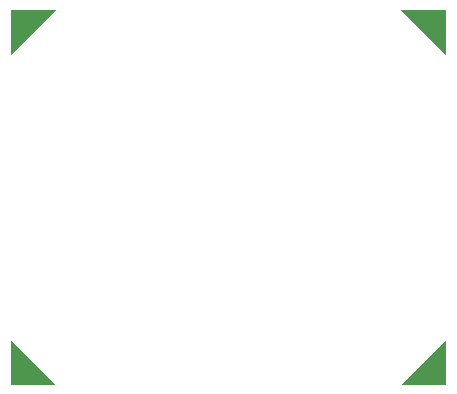
<source format=gbo>
%FSLAX25Y25*%
%MOIN*%
G70*
G01*
G75*
G04 Layer_Color=32896*
%ADD10R,0.05906X0.05118*%
%ADD11R,0.04921X0.01181*%
%ADD12R,0.05118X0.05906*%
%ADD13R,0.08012X0.05906*%
%ADD14R,0.08661X0.05906*%
%ADD15C,0.03937*%
%ADD16C,0.01181*%
%ADD17C,0.05906*%
G04:AMPARAMS|DCode=18|XSize=59.06mil|YSize=59.06mil|CornerRadius=0mil|HoleSize=0mil|Usage=FLASHONLY|Rotation=270.000|XOffset=0mil|YOffset=0mil|HoleType=Round|Shape=Octagon|*
%AMOCTAGOND18*
4,1,8,-0.01476,-0.02953,0.01476,-0.02953,0.02953,-0.01476,0.02953,0.01476,0.01476,0.02953,-0.01476,0.02953,-0.02953,0.01476,-0.02953,-0.01476,-0.01476,-0.02953,0.0*
%
%ADD18OCTAGOND18*%

G04:AMPARAMS|DCode=19|XSize=59.06mil|YSize=59.06mil|CornerRadius=0mil|HoleSize=0mil|Usage=FLASHONLY|Rotation=180.000|XOffset=0mil|YOffset=0mil|HoleType=Round|Shape=Octagon|*
%AMOCTAGOND19*
4,1,8,-0.02953,0.01476,-0.02953,-0.01476,-0.01476,-0.02953,0.01476,-0.02953,0.02953,-0.01476,0.02953,0.01476,0.01476,0.02953,-0.01476,0.02953,-0.02953,0.01476,0.0*
%
%ADD19OCTAGOND19*%

%ADD20C,0.14961*%
%ADD21C,0.06299*%
%ADD22R,0.06299X0.06299*%
%ADD23C,0.02756*%
%ADD24C,0.03937*%
%ADD25C,0.05512*%
%ADD26C,0.01000*%
%ADD27C,0.00984*%
%ADD28C,0.00394*%
%ADD29C,0.00800*%
%ADD30C,0.00787*%
%ADD31C,0.00591*%
%ADD32R,0.04000X0.04000*%
%ADD33R,0.06496X0.05709*%
%ADD34R,0.05512X0.01772*%
%ADD35R,0.05709X0.06496*%
%ADD36R,0.08603X0.06496*%
%ADD37R,0.09252X0.06496*%
%ADD38C,0.06496*%
G04:AMPARAMS|DCode=39|XSize=64.96mil|YSize=64.96mil|CornerRadius=0mil|HoleSize=0mil|Usage=FLASHONLY|Rotation=270.000|XOffset=0mil|YOffset=0mil|HoleType=Round|Shape=Octagon|*
%AMOCTAGOND39*
4,1,8,-0.01624,-0.03248,0.01624,-0.03248,0.03248,-0.01624,0.03248,0.01624,0.01624,0.03248,-0.01624,0.03248,-0.03248,0.01624,-0.03248,-0.01624,-0.01624,-0.03248,0.0*
%
%ADD39OCTAGOND39*%

G04:AMPARAMS|DCode=40|XSize=64.96mil|YSize=64.96mil|CornerRadius=0mil|HoleSize=0mil|Usage=FLASHONLY|Rotation=180.000|XOffset=0mil|YOffset=0mil|HoleType=Round|Shape=Octagon|*
%AMOCTAGOND40*
4,1,8,-0.03248,0.01624,-0.03248,-0.01624,-0.01624,-0.03248,0.01624,-0.03248,0.03248,-0.01624,0.03248,0.01624,0.01624,0.03248,-0.01624,0.03248,-0.03248,0.01624,0.0*
%
%ADD40OCTAGOND40*%

%ADD41C,0.15551*%
%ADD42C,0.06890*%
%ADD43R,0.06890X0.06890*%
G36*
X195000Y50000D02*
X180000D01*
X195000Y65000D01*
Y50000D01*
D02*
G37*
G36*
X65000D02*
X50000D01*
Y65000D01*
X65000Y50000D01*
D02*
G37*
G36*
X195000Y160000D02*
X180000Y175000D01*
X195000D01*
Y160000D01*
D02*
G37*
G36*
X50000Y160000D02*
Y175000D01*
X65000D01*
X50000Y160000D01*
D02*
G37*
M02*

</source>
